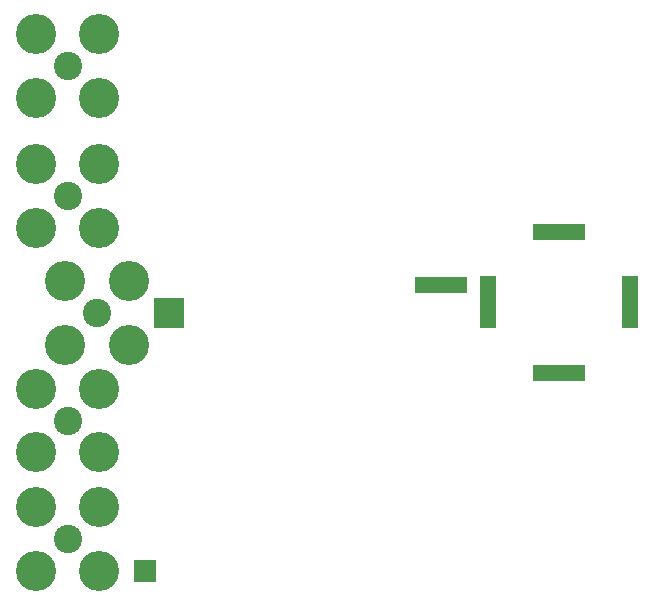
<source format=gbs>
G04 #@! TF.FileFunction,Soldermask,Bot*
%FSLAX46Y46*%
G04 Gerber Fmt 4.6, Leading zero omitted, Abs format (unit mm)*
G04 Created by KiCad (PCBNEW (2015-11-24 BZR 6329)-product) date Sat 25 Feb 2017 12:29:11 PM EST*
%MOMM*%
G01*
G04 APERTURE LIST*
%ADD10C,0.100000*%
%ADD11R,1.400000X4.400000*%
%ADD12R,4.400000X1.400000*%
%ADD13R,1.900000X1.900000*%
%ADD14R,2.635200X2.635200*%
%ADD15C,2.398980*%
%ADD16C,3.400000*%
G04 APERTURE END LIST*
D10*
D11*
X134000000Y-88000000D03*
D12*
X140000000Y-94000000D03*
D11*
X146000000Y-88000000D03*
D12*
X140000000Y-82000000D03*
D13*
X104902000Y-110744000D03*
D12*
X130000000Y-86500000D03*
D14*
X106934000Y-88900000D03*
D15*
X98364000Y-68000000D03*
D16*
X95663980Y-65299980D03*
X95663980Y-70700020D03*
X101064020Y-70700020D03*
X101064020Y-65299980D03*
D15*
X98364000Y-79000000D03*
D16*
X95663980Y-76299980D03*
X95663980Y-81700020D03*
X101064020Y-81700020D03*
X101064020Y-76299980D03*
D15*
X100838000Y-88900000D03*
D16*
X98137980Y-86199980D03*
X98137980Y-91600020D03*
X103538020Y-91600020D03*
X103538020Y-86199980D03*
D15*
X98364000Y-98000000D03*
D16*
X95663980Y-95299980D03*
X95663980Y-100700020D03*
X101064020Y-100700020D03*
X101064020Y-95299980D03*
D15*
X98364000Y-108000000D03*
D16*
X95663980Y-105299980D03*
X95663980Y-110700020D03*
X101064020Y-110700020D03*
X101064020Y-105299980D03*
M02*

</source>
